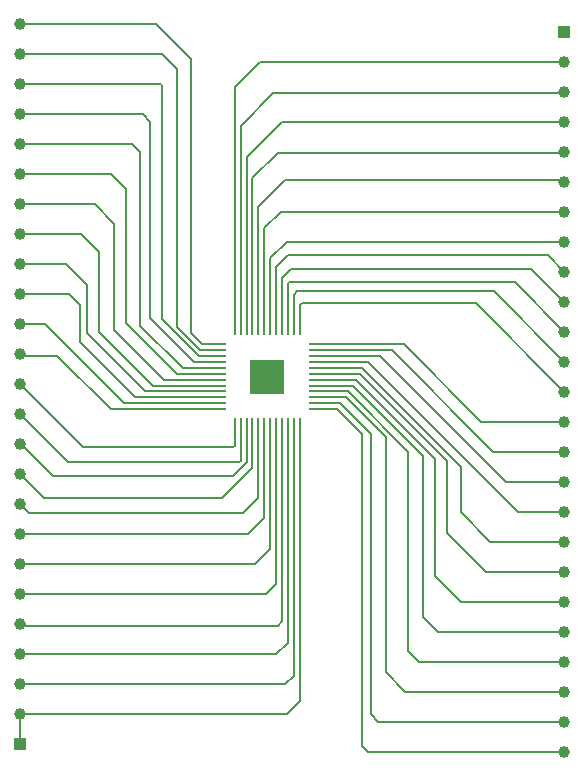
<source format=gbr>
G04*
G04 #@! TF.GenerationSoftware,Altium Limited,Altium Designer,25.4.2 (15)*
G04*
G04 Layer_Physical_Order=1*
G04 Layer_Color=255*
%FSLAX44Y44*%
%MOMM*%
G71*
G04*
G04 #@! TF.SameCoordinates,7CC7F18F-E7B3-4B97-A1FD-F02243D0E875*
G04*
G04*
G04 #@! TF.FilePolarity,Positive*
G04*
G01*
G75*
%ADD10C,0.2000*%
%ADD12C,0.2540*%
%ADD14R,1.3556X0.2700*%
%ADD15R,0.2700X1.3556*%
%ADD17R,2.9600X2.9600*%
%ADD20C,0.9850*%
%ADD21R,0.9850X0.9850*%
D10*
X19050Y25400D02*
Y50800D01*
X440690Y222250D02*
X480060D01*
X270378Y349050D02*
X313890D01*
X440690Y222250D01*
X308911Y343940D02*
X392430Y260420D01*
Y221998D02*
Y260420D01*
X270378Y339050D02*
X307380D01*
X381000Y204470D02*
Y265430D01*
X307380Y339050D02*
X381000Y265430D01*
X270488Y343940D02*
X308911D01*
X300870Y329050D02*
X360680Y269240D01*
Y133350D02*
Y269240D01*
X303490Y334050D02*
X370840Y266700D01*
Y167640D02*
Y266700D01*
X270378Y334050D02*
X303490D01*
X270378Y329050D02*
X300870D01*
X297050Y324050D02*
X347980Y273120D01*
X270378Y319050D02*
X295630D01*
X347980Y104140D02*
Y273120D01*
X328930Y86360D02*
Y285750D01*
X270378Y314050D02*
X290470D01*
X295630Y319050D02*
X328930Y285750D01*
X316230Y50800D02*
Y288290D01*
X270378Y324050D02*
X297050D01*
X290470Y314050D02*
X316230Y288290D01*
X270378Y309050D02*
X287850D01*
X308610Y24130D02*
Y288290D01*
X287850Y309050D02*
X308610Y288290D01*
X392430Y221998D02*
X417578Y196850D01*
X270378Y344050D02*
X270488Y343940D01*
X417578Y196850D02*
X480060D01*
X414020Y171450D02*
X480060D01*
X381000Y204470D02*
X414020Y171450D01*
X360680Y133350D02*
X373380Y120650D01*
X480060D01*
X270378Y354050D02*
X324130D01*
X270378Y359050D02*
X333991D01*
X419991Y273050D01*
X324130Y354050D02*
X430530Y247650D01*
X419991Y273050D02*
X480060D01*
X430530Y247650D02*
X480060D01*
X270378Y364050D02*
X344191D01*
X409791Y298450D01*
X480060D01*
Y300990D01*
X392430Y146050D02*
X480060D01*
X370840Y167640D02*
X392430Y146050D01*
X347980Y104140D02*
X356870Y95250D01*
X480060D01*
X345440Y69850D02*
X480060D01*
X328930Y86360D02*
X345440Y69850D01*
X322580Y44450D02*
X480060D01*
X313690Y19050D02*
X480060D01*
X308610Y24130D02*
X313690Y19050D01*
X316230Y50800D02*
X322580Y44450D01*
X405130Y398780D02*
X480060Y323850D01*
X257810Y398780D02*
X405130D01*
X256100Y397070D02*
X257810Y398780D01*
X256100Y378328D02*
Y397070D01*
X254000Y408940D02*
X420370D01*
X251100Y406040D02*
X254000Y408940D01*
X241100Y378328D02*
Y420170D01*
X246100Y415388D02*
X247272Y416560D01*
X221100Y378328D02*
Y480180D01*
X241100Y420170D02*
X248920Y427990D01*
X247272Y416560D02*
X438150D01*
X231100Y378328D02*
Y436840D01*
X246100Y378328D02*
Y415388D01*
X226100Y378328D02*
Y462320D01*
X236100Y378328D02*
Y429140D01*
X251100Y378328D02*
Y406040D01*
X420370Y408940D02*
X480060Y349250D01*
X438150Y416560D02*
X480060Y374650D01*
X248920Y427990D02*
X452120D01*
X480060Y400050D01*
X246380Y439420D02*
X466090D01*
X236100Y429140D02*
X246380Y439420D01*
X466090D02*
X480060Y425450D01*
X245110Y450850D02*
X480060D01*
X231100Y436840D02*
X245110Y450850D01*
X240030Y476250D02*
X480060D01*
X226100Y462320D02*
X240030Y476250D01*
X478790Y502920D02*
X480060Y501650D01*
X243840Y502920D02*
X478790D01*
X221100Y480180D02*
X243840Y502920D01*
X478790Y525780D02*
X480060Y527050D01*
X237490Y525780D02*
X478790D01*
X216100Y504390D02*
X237490Y525780D01*
X216100Y378328D02*
Y504390D01*
X241300Y552450D02*
X480060D01*
X211100Y522250D02*
X241300Y552450D01*
X211100Y378328D02*
Y522250D01*
X478790Y576580D02*
X480060Y577850D01*
X233680Y576580D02*
X478790D01*
X206100Y549000D02*
X233680Y576580D01*
X206100Y378328D02*
Y549000D01*
X222250Y603250D02*
X480060D01*
X201100Y582100D02*
X222250Y603250D01*
X201100Y378328D02*
Y582100D01*
X107590Y314050D02*
X186822D01*
X40640Y381000D02*
X107590Y314050D01*
X19050Y381000D02*
X40640D01*
X76200Y373380D02*
Y414020D01*
Y373380D02*
X125530Y324050D01*
X186822D01*
X86360Y374650D02*
Y441960D01*
Y374650D02*
X131960Y329050D01*
X186822D01*
X69850Y365690D02*
Y397510D01*
Y365690D02*
X116489Y319050D01*
X186822D01*
X60960Y406400D02*
X69850Y397510D01*
X19050Y406400D02*
X60960D01*
X58420Y431800D02*
X76200Y414020D01*
X71120Y457200D02*
X86360Y441960D01*
X99060Y376000D02*
X141010Y334050D01*
X82550Y482600D02*
X99060Y466090D01*
Y376000D02*
Y466090D01*
X109220Y382270D02*
X152440Y339050D01*
X96618Y508000D02*
X109220Y495398D01*
Y382270D02*
Y495398D01*
X121190Y379730D02*
Y526510D01*
X114300Y533400D02*
X121190Y526510D01*
X19050Y533400D02*
X114300D01*
X123190Y558800D02*
X129540Y552450D01*
X19050Y558800D02*
X123190D01*
X129540Y386080D02*
Y552450D01*
X19050Y355600D02*
X20320Y354330D01*
X50800D01*
X96080Y309050D01*
X186822D01*
X19050Y431800D02*
X58420D01*
X19050Y457200D02*
X71120D01*
X141010Y334050D02*
X186822D01*
X19050Y482600D02*
X82550D01*
X19050Y508000D02*
X96618D01*
X152440Y339050D02*
X186822D01*
X121190Y379730D02*
X156870Y344050D01*
X186822D01*
X129540Y386080D02*
X166570Y349050D01*
X152400Y378531D02*
X171880Y359050D01*
X152400Y378531D02*
Y596900D01*
X139700Y609600D02*
X152400Y596900D01*
X166570Y349050D02*
X186822D01*
X170460Y354050D02*
X186822D01*
X173301Y364050D02*
X186822D01*
X171880Y359050D02*
X186822D01*
X139258Y385252D02*
X170460Y354050D01*
X163830Y373521D02*
X173301Y364050D01*
X19050Y584200D02*
X138430D01*
X139700Y582930D01*
Y387350D02*
Y582930D01*
X139258Y386908D02*
X139700Y387350D01*
X139258Y385252D02*
Y386908D01*
X163830Y373521D02*
Y605790D01*
X19050Y609600D02*
X139700D01*
X134620Y635000D02*
X163830Y605790D01*
X19050Y635000D02*
X134620D01*
X211100Y263911D02*
Y294772D01*
X59690Y264160D02*
X204928D01*
X206100Y265332D01*
X19050Y304800D02*
X59690Y264160D01*
X206100Y265332D02*
Y294772D01*
X46990Y252730D02*
X199919D01*
X211100Y263911D01*
X39370Y233680D02*
X190500D01*
X19050Y254000D02*
X39370Y233680D01*
X190500D02*
X216100Y259280D01*
X208280Y220980D02*
X221100Y233800D01*
X26670Y220980D02*
X208280D01*
X19050Y228600D02*
X26670Y220980D01*
X20320Y279400D02*
X46990Y252730D01*
X19050Y330200D02*
X72390Y276860D01*
X199928D01*
X201100Y278032D01*
Y294772D01*
X19050Y279400D02*
X20320D01*
X216100Y259280D02*
Y294772D01*
X221100Y233800D02*
Y294772D01*
X19050Y203200D02*
X212090D01*
X226100Y217210D01*
Y294772D01*
X19050Y177800D02*
X218440D01*
X231100Y190460D01*
Y294772D01*
X19050Y152400D02*
X227330D01*
X236100Y161170D01*
Y294772D01*
X19050Y127000D02*
X20320Y125730D01*
X237490D01*
X241100Y129340D01*
Y294772D01*
X246100Y111480D02*
Y294772D01*
X236220Y101600D02*
X246100Y111480D01*
X19050Y101600D02*
X236220D01*
X19050Y76200D02*
X243840D01*
X251100Y83460D01*
Y294772D01*
X256100Y61790D02*
Y294772D01*
X19050Y50800D02*
X245110D01*
X256100Y61790D01*
D12*
X19050Y635000D02*
X20320Y633730D01*
D14*
X186822Y364050D02*
D03*
Y359050D02*
D03*
Y354050D02*
D03*
Y349050D02*
D03*
Y344050D02*
D03*
Y339050D02*
D03*
Y334050D02*
D03*
Y329050D02*
D03*
Y324050D02*
D03*
Y319050D02*
D03*
Y314050D02*
D03*
Y309050D02*
D03*
X270378D02*
D03*
Y314050D02*
D03*
Y319050D02*
D03*
Y324050D02*
D03*
Y329050D02*
D03*
Y334050D02*
D03*
Y339050D02*
D03*
Y344050D02*
D03*
Y349050D02*
D03*
Y354050D02*
D03*
Y359050D02*
D03*
Y364050D02*
D03*
D15*
X201100Y294772D02*
D03*
X206100D02*
D03*
X211100D02*
D03*
X216100D02*
D03*
X221100D02*
D03*
X226100D02*
D03*
X231100D02*
D03*
X236100D02*
D03*
X241100D02*
D03*
X246100D02*
D03*
X251100D02*
D03*
X256100D02*
D03*
Y378328D02*
D03*
X251100D02*
D03*
X246100D02*
D03*
X241100D02*
D03*
X236100D02*
D03*
X231100D02*
D03*
X226100D02*
D03*
X221100D02*
D03*
X216100D02*
D03*
X211100D02*
D03*
X206100D02*
D03*
X201100D02*
D03*
D17*
X228600Y336550D02*
D03*
D20*
X480060Y19050D02*
D03*
Y44450D02*
D03*
Y69850D02*
D03*
Y95250D02*
D03*
Y120650D02*
D03*
Y146050D02*
D03*
Y171450D02*
D03*
Y196850D02*
D03*
Y222250D02*
D03*
Y247650D02*
D03*
Y273050D02*
D03*
Y298450D02*
D03*
Y323850D02*
D03*
Y349250D02*
D03*
Y374650D02*
D03*
Y400050D02*
D03*
Y425450D02*
D03*
Y450850D02*
D03*
Y476250D02*
D03*
Y501650D02*
D03*
Y527050D02*
D03*
Y552450D02*
D03*
Y577850D02*
D03*
Y603250D02*
D03*
X19050Y635000D02*
D03*
Y609600D02*
D03*
Y584200D02*
D03*
Y558800D02*
D03*
Y533400D02*
D03*
Y508000D02*
D03*
Y482600D02*
D03*
Y457200D02*
D03*
Y431800D02*
D03*
Y406400D02*
D03*
Y381000D02*
D03*
Y355600D02*
D03*
Y330200D02*
D03*
Y304800D02*
D03*
Y279400D02*
D03*
Y254000D02*
D03*
Y228600D02*
D03*
Y203200D02*
D03*
Y177800D02*
D03*
Y152400D02*
D03*
Y127000D02*
D03*
Y101600D02*
D03*
Y76200D02*
D03*
Y50800D02*
D03*
D21*
X480060Y628650D02*
D03*
X19050Y25400D02*
D03*
M02*

</source>
